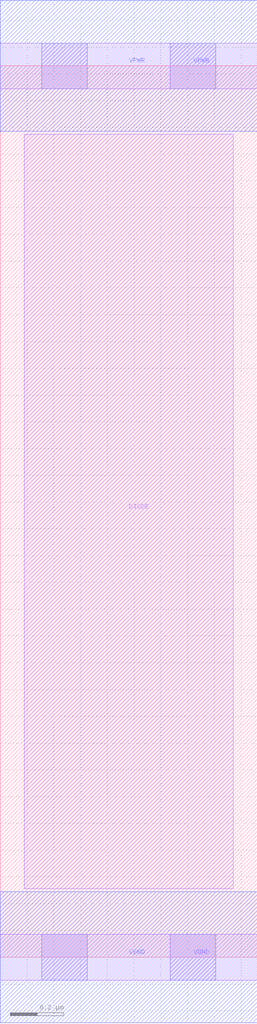
<source format=lef>
# Copyright 2020 The SkyWater PDK Authors
#
# Licensed under the Apache License, Version 2.0 (the "License");
# you may not use this file except in compliance with the License.
# You may obtain a copy of the License at
#
#     https://www.apache.org/licenses/LICENSE-2.0
#
# Unless required by applicable law or agreed to in writing, software
# distributed under the License is distributed on an "AS IS" BASIS,
# WITHOUT WARRANTIES OR CONDITIONS OF ANY KIND, either express or implied.
# See the License for the specific language governing permissions and
# limitations under the License.
#
# SPDX-License-Identifier: Apache-2.0

VERSION 5.7 ;
  NAMESCASESENSITIVE ON ;
  NOWIREEXTENSIONATPIN ON ;
  DIVIDERCHAR "/" ;
  BUSBITCHARS "[]" ;
UNITS
  DATABASE MICRONS 200 ;
END UNITS
MACRO sky130_fd_sc_lp__diode_1
  CLASS CORE ANTENNACELL ;
  SOURCE USER ;
  FOREIGN sky130_fd_sc_lp__diode_1 ;
  ORIGIN  0.000000  0.000000 ;
  SIZE  0.960000 BY  3.330000 ;
  SYMMETRY X Y R90 ;
  SITE unit ;
  PIN DIODE
    ANTENNADIFFAREA  0.745200 ;
    DIRECTION INOUT ;
    PORT
      LAYER li1 ;
        RECT 0.090000 0.255000 0.870000 3.075000 ;
    END
  END DIODE
  PIN VGND
    DIRECTION INOUT ;
    USE GROUND ;
    PORT
      LAYER li1 ;
        RECT 0.000000 -0.085000 0.960000 0.085000 ;
      LAYER mcon ;
        RECT 0.155000 -0.085000 0.325000 0.085000 ;
        RECT 0.635000 -0.085000 0.805000 0.085000 ;
      LAYER met1 ;
        RECT 0.000000 -0.245000 0.960000 0.245000 ;
    END
  END VGND
  PIN VPWR
    DIRECTION INOUT ;
    USE POWER ;
    PORT
      LAYER li1 ;
        RECT 0.000000 3.245000 0.960000 3.415000 ;
      LAYER mcon ;
        RECT 0.155000 3.245000 0.325000 3.415000 ;
        RECT 0.635000 3.245000 0.805000 3.415000 ;
      LAYER met1 ;
        RECT 0.000000 3.085000 0.960000 3.575000 ;
    END
  END VPWR
END sky130_fd_sc_lp__diode_1

</source>
